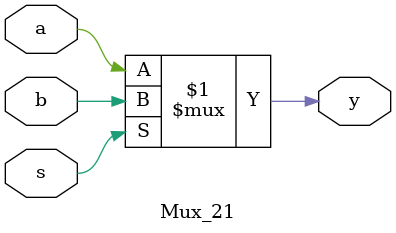
<source format=v>
`timescale 1ns / 1ps
module Mux_21(a,b,y,s);
input a,b,s;
output y;
assign y=s?b:a;




endmodule

</source>
